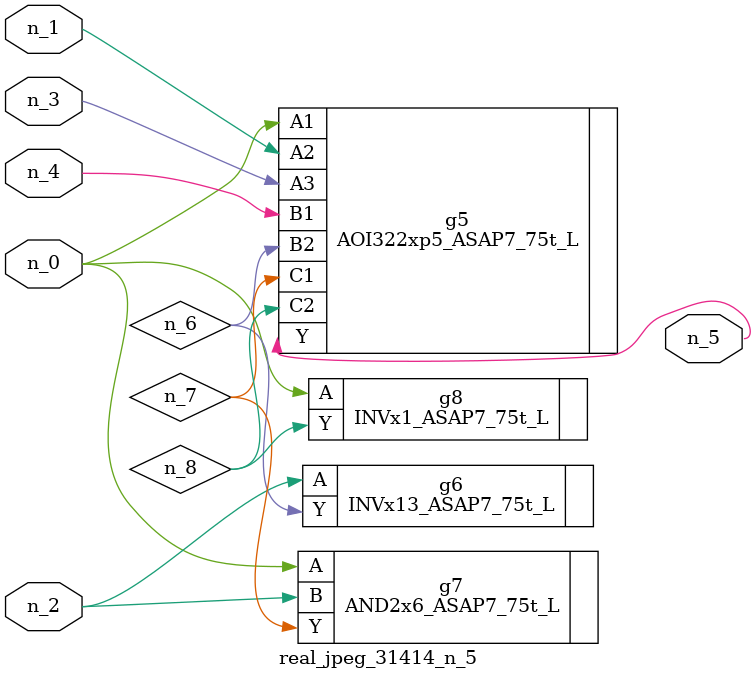
<source format=v>
module real_jpeg_31414_n_5 (n_4, n_0, n_1, n_2, n_3, n_5);

input n_4;
input n_0;
input n_1;
input n_2;
input n_3;

output n_5;

wire n_8;
wire n_6;
wire n_7;

AOI322xp5_ASAP7_75t_L g5 ( 
.A1(n_0),
.A2(n_1),
.A3(n_3),
.B1(n_4),
.B2(n_6),
.C1(n_7),
.C2(n_8),
.Y(n_5)
);

AND2x6_ASAP7_75t_L g7 ( 
.A(n_0),
.B(n_2),
.Y(n_7)
);

INVx1_ASAP7_75t_L g8 ( 
.A(n_0),
.Y(n_8)
);

INVx13_ASAP7_75t_L g6 ( 
.A(n_2),
.Y(n_6)
);


endmodule
</source>
